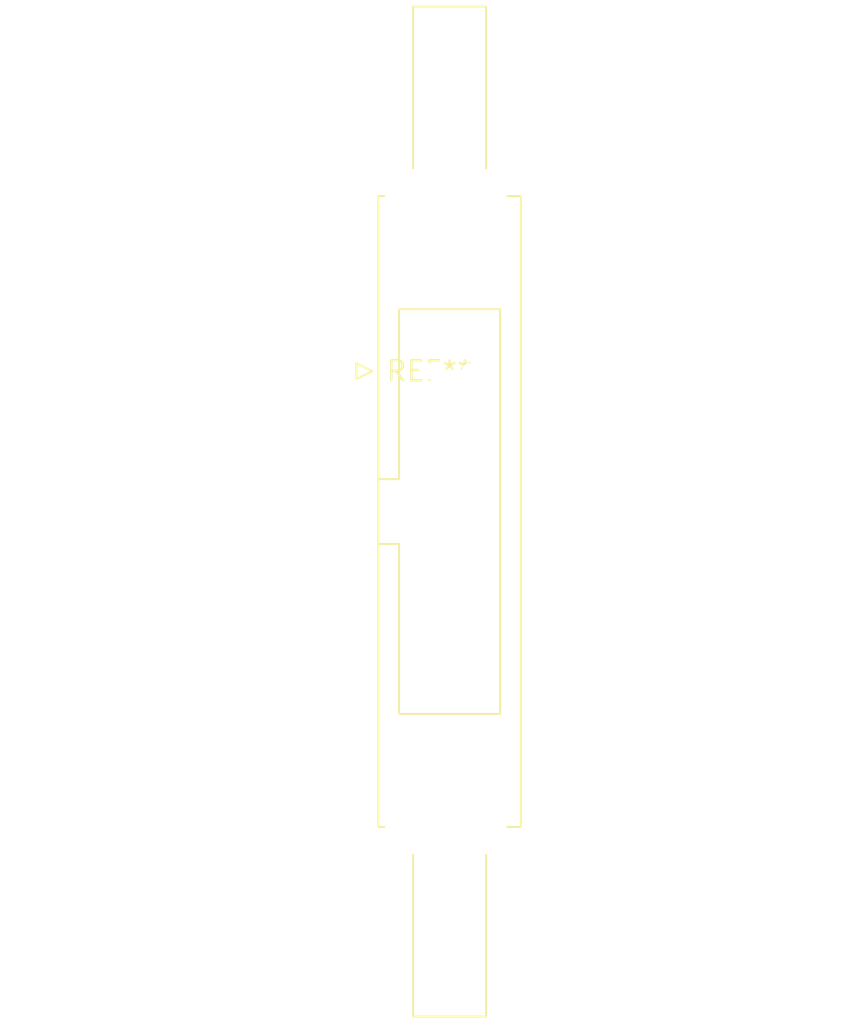
<source format=kicad_pcb>
(kicad_pcb (version 20240108) (generator pcbnew)
  (layers (0 "F.Cu" signal) (31 "B.Cu" signal) (34 "B.Paste" user) (35 "F.Paste" user) (36 "B.SilkS" user "B.Silkscreen") (37 "F.SilkS" user "F.Silkscreen") (38 "B.Mask" user) (39 "F.Mask" user) (44 "Edge.Cuts" user))
  (net 0 "")
  (footprint "IDC-Header_2x08-1MP_P2.54mm_Latch12.0mm_Vertical" (layer "F.Cu") (at 0 0)
    (property "Reference" "REF**")
    (property "Value" "IDC-Header_2x08-1MP_P2.54mm_Latch12.0mm_Vertical")
    (fp_line (start -4.63 -0.5) (end -4.63 0.5) (layer "F.SilkS") (stroke (width 0.12)))
    (fp_line (start -4.63 0.5) (end -3.63 0) (layer "F.SilkS") (stroke (width 0.12)))
    (fp_line (start -3.63 0) (end -4.63 -0.5) (layer "F.SilkS") (stroke (width 0.12)))
    (fp_line (start -3.24 -11.08) (end -3.24 28.86) (layer "F.SilkS") (stroke (width 0.12)))
    (fp_line (start -3.24 6.84) (end -1.93 6.84) (layer "F.SilkS") (stroke (width 0.12)))
    (fp_line (start -3.24 28.86) (end -2.87 28.86) (layer "F.SilkS") (stroke (width 0.12)))
    (fp_line (start -2.87 -11.08) (end -3.24 -11.08) (layer "F.SilkS") (stroke (width 0.12)))
    (fp_line (start -1.93 -3.92) (end 4.47 -3.92) (layer "F.SilkS") (stroke (width 0.12)))
    (fp_line (start -1.93 6.84) (end -1.93 -3.92) (layer "F.SilkS") (stroke (width 0.12)))
    (fp_line (start -1.93 10.94) (end -3.24 10.94) (layer "F.SilkS") (stroke (width 0.12)))
    (fp_line (start -1.93 10.94) (end -1.93 10.94) (layer "F.SilkS") (stroke (width 0.12)))
    (fp_line (start -1.93 21.7) (end -1.93 10.94) (layer "F.SilkS") (stroke (width 0.12)))
    (fp_line (start -1.04 -23.08) (end 3.58 -23.08) (layer "F.SilkS") (stroke (width 0.12)))
    (fp_line (start -1.04 -12.83) (end -1.04 -23.08) (layer "F.SilkS") (stroke (width 0.12)))
    (fp_line (start -1.04 30.61) (end -1.04 40.86) (layer "F.SilkS") (stroke (width 0.12)))
    (fp_line (start -1.04 40.86) (end 3.58 40.86) (layer "F.SilkS") (stroke (width 0.12)))
    (fp_line (start 3.58 -23.08) (end 3.58 -12.83) (layer "F.SilkS") (stroke (width 0.12)))
    (fp_line (start 3.58 40.86) (end 3.58 30.61) (layer "F.SilkS") (stroke (width 0.12)))
    (fp_line (start 4.47 -3.92) (end 4.47 21.7) (layer "F.SilkS") (stroke (width 0.12)))
    (fp_line (start 4.47 21.7) (end -1.93 21.7) (layer "F.SilkS") (stroke (width 0.12)))
    (fp_line (start 4.91 -11.08) (end 5.78 -11.08) (layer "F.SilkS") (stroke (width 0.12)))
    (fp_line (start 5.78 -11.08) (end 5.78 28.86) (layer "F.SilkS") (stroke (width 0.12)))
    (fp_line (start 5.78 28.86) (end 4.91 28.86) (layer "F.SilkS") (stroke (width 0.12)))
    (pad "1" thru_hole roundrect (at 0 0) (size 1.7 1.7) (drill 1) (layers *.Cu *.Mask) (remove_unused_layers) (roundrect_rratio 0.147059))
    (pad "2" thru_hole circle (at 2.54 0) (size 1.7 1.7) (drill 1) (layers *.Cu *.Mask) (remove_unused_layers))
    (pad "3" thru_hole circle (at 0 2.54) (size 1.7 1.7) (drill 1) (layers *.Cu *.Mask) (remove_unused_layers))
    (pad "4" thru_hole circle (at 2.54 2.54) (size 1.7 1.7) (drill 1) (layers *.Cu *.Mask) (remove_unused_layers))
    (pad "5" thru_hole circle (at 0 5.08) (size 1.7 1.7) (drill 1) (layers *.Cu *.Mask) (remove_unused_layers))
    (pad "6" thru_hole circle (at 2.54 5.08) (size 1.7 1.7) (drill 1) (layers *.Cu *.Mask) (remove_unused_layers))
    (pad "7" thru_hole circle (at 0 7.62) (size 1.7 1.7) (drill 1) (layers *.Cu *.Mask) (remove_unused_layers))
    (pad "8" thru_hole circle (at 2.54 7.62) (size 1.7 1.7) (drill 1) (layers *.Cu *.Mask) (remove_unused_layers))
    (pad "9" thru_hole circle (at 0 10.16) (size 1.7 1.7) (drill 1) (layers *.Cu *.Mask) (remove_unused_layers))
    (pad "10" thru_hole circle (at 2.54 10.16) (size 1.7 1.7) (drill 1) (layers *.Cu *.Mask) (remove_unused_layers))
    (pad "11" thru_hole circle (at 0 12.7) (size 1.7 1.7) (drill 1) (layers *.Cu *.Mask) (remove_unused_layers))
    (pad "12" thru_hole circle (at 2.54 12.7) (size 1.7 1.7) (drill 1) (layers *.Cu *.Mask) (remove_unused_layers))
    (pad "13" thru_hole circle (at 0 15.24) (size 1.7 1.7) (drill 1) (layers *.Cu *.Mask) (remove_unused_layers))
    (pad "14" thru_hole circle (at 2.54 15.24) (size 1.7 1.7) (drill 1) (layers *.Cu *.Mask) (remove_unused_layers))
    (pad "15" thru_hole circle (at 0 17.78) (size 1.7 1.7) (drill 1) (layers *.Cu *.Mask) (remove_unused_layers))
    (pad "16" thru_hole circle (at 2.54 17.78) (size 1.7 1.7) (drill 1) (layers *.Cu *.Mask) (remove_unused_layers))
    (pad "MP" thru_hole circle (at 1.02 -8.94) (size 8 8) (drill 2.69) (layers *.Cu *.Mask) (remove_unused_layers))
    (pad "MP" thru_hole circle (at 1.02 26.72) (size 8 8) (drill 2.69) (layers *.Cu *.Mask) (remove_unused_layers))
  )
)
</source>
